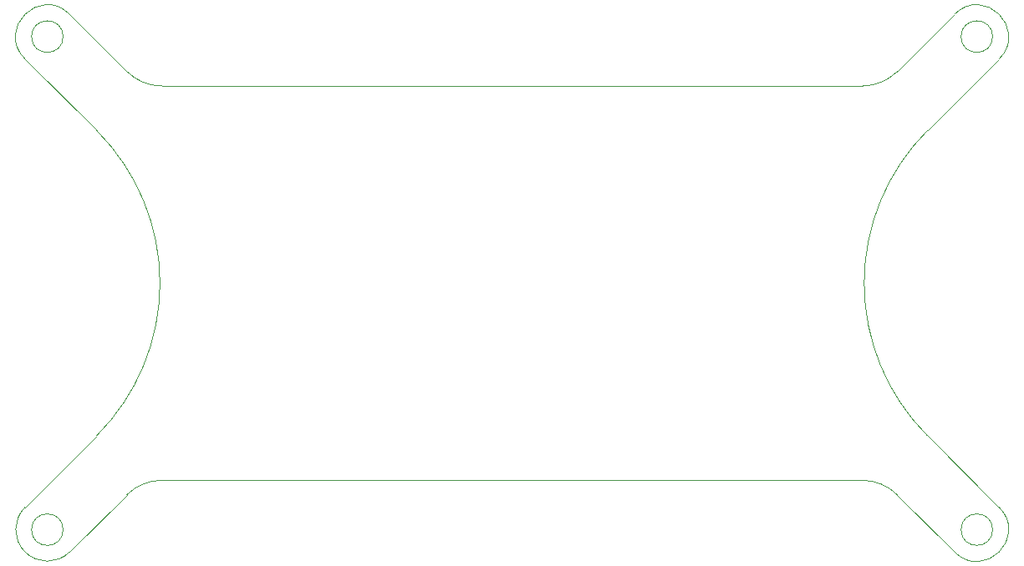
<source format=gbr>
%TF.GenerationSoftware,KiCad,Pcbnew,8.0.1*%
%TF.CreationDate,2024-11-16T00:20:47+09:00*%
%TF.ProjectId,MD-20240410,4d442d32-3032-4343-9034-31302e6b6963,rev?*%
%TF.SameCoordinates,Original*%
%TF.FileFunction,Profile,NP*%
%FSLAX46Y46*%
G04 Gerber Fmt 4.6, Leading zero omitted, Abs format (unit mm)*
G04 Created by KiCad (PCBNEW 8.0.1) date 2024-11-16 00:20:47*
%MOMM*%
%LPD*%
G01*
G04 APERTURE LIST*
%TA.AperFunction,Profile*%
%ADD10C,0.120000*%
%TD*%
G04 APERTURE END LIST*
D10*
X-42073241Y-15474518D02*
X-49335982Y-22737258D01*
X-49335982Y22737258D02*
G75*
G02*
X-44810498Y27262742I2262742J2262742D01*
G01*
X-39012222Y21464465D02*
X-44810498Y27262742D01*
X35476691Y20000000D02*
X-35476690Y20000000D01*
X35476701Y-20000000D02*
G75*
G02*
X39018145Y-21470388I-1J-5000000D01*
G01*
X-42073241Y15474518D02*
G75*
G02*
X-42073241Y-15474518I-15474515J-15474518D01*
G01*
X-45473240Y-25000000D02*
G75*
G02*
X-48673240Y-25000000I-1600000J0D01*
G01*
X-48673240Y-25000000D02*
G75*
G02*
X-45473240Y-25000000I1600000J0D01*
G01*
X-35476690Y-20000000D02*
X35476701Y-20000000D01*
X44810500Y27262740D02*
G75*
G02*
X49335940Y22737300I2262700J-2262740D01*
G01*
X-35476690Y20000000D02*
G75*
G02*
X-39012222Y21464465I0J4999998D01*
G01*
X-44810498Y-27262742D02*
X-39012222Y-21464465D01*
X39018146Y-21470387D02*
X44810499Y-27262741D01*
X49335963Y-22737237D02*
X42073244Y-15474519D01*
X42073244Y15474519D02*
X49335983Y22737257D01*
X-45473240Y25000000D02*
G75*
G02*
X-48673240Y25000000I-1600000J0D01*
G01*
X-48673240Y25000000D02*
G75*
G02*
X-45473240Y25000000I1600000J0D01*
G01*
X42073244Y-15474519D02*
G75*
G02*
X42073244Y15474519I15474516J15474519D01*
G01*
X48673242Y25000000D02*
G75*
G02*
X45473242Y25000000I-1600000J0D01*
G01*
X45473242Y25000000D02*
G75*
G02*
X48673242Y25000000I1600000J0D01*
G01*
X48673242Y-25000000D02*
G75*
G02*
X45473242Y-25000000I-1600000J0D01*
G01*
X45473242Y-25000000D02*
G75*
G02*
X48673242Y-25000000I1600000J0D01*
G01*
X-44810498Y-27262742D02*
G75*
G02*
X-49335982Y-22737258I-2262742J2262742D01*
G01*
X-39012222Y-21464465D02*
G75*
G02*
X-35476690Y-20000000I3535532J-3535533D01*
G01*
X44810499Y27262741D02*
X39012230Y21464471D01*
X49335963Y-22737237D02*
G75*
G02*
X44810457Y-27262783I-2262763J-2262763D01*
G01*
X39012230Y21464471D02*
G75*
G02*
X35476691Y20000024I-3535630J3535829D01*
G01*
X-49335982Y22737258D02*
X-42073241Y15474518D01*
M02*

</source>
